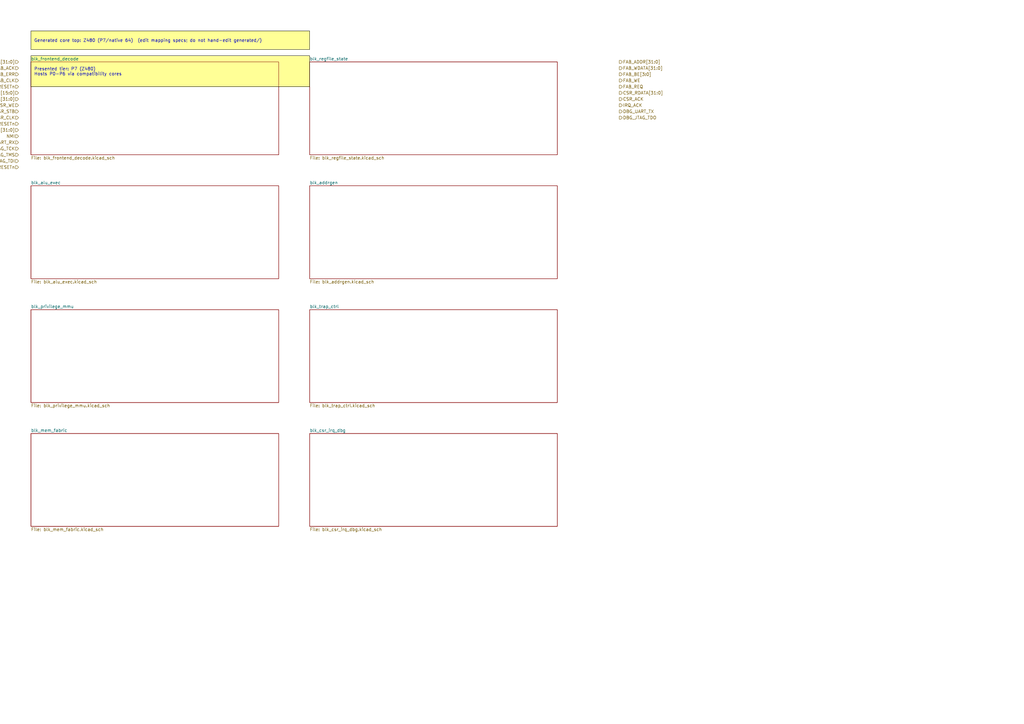
<source format=kicad_sch>
(kicad_sch
	(version 20250114)
	(generator "kicadgen")
	(generator_version "0.2")
	(uuid "a707a8c4-8b85-5a0e-a1a3-408548fe7ac3")
	(paper "A3")
	(title_block
		(title "Z480 (P7/native 64) (generated)")
		(company "Project Carbon")
		(comment 1 "Generated - do not edit in generated/")
		(comment 2 "Edit in schem/kicad9/manual/ or refine mapping specs")
	)
	(lib_symbols)
	(text_box
		"Generated core top: Z480 (P7/native 64)  (edit mapping specs; do not hand-edit generated/)"
		(exclude_from_sim no)
		(at
			12.7
			12.7
			0
		)
		(size 114.3 7.62)
		(margins
			1.27
			1.27
			1.27
			1.27
		)
		(stroke
			(width 0)
			(type default)
			(color
				0
				0
				0
				1
			)
		)
		(fill
			(type color)
			(color
				255
				255
				150
				1
			)
		)
		(effects
			(font
				(size 1.27 1.27)
			)
			(justify left)
		)
		(uuid "7074cf1e-2974-5f5a-a250-d343db33d362")
	)
	(text_box
		"Presented tier: P7 (Z480)\nHosts P0-P6 via compatibility cores"
		(exclude_from_sim no)
		(at
			12.7
			22.86
			0
		)
		(size 114.3 12.7)
		(margins
			1.27
			1.27
			1.27
			1.27
		)
		(stroke
			(width 0)
			(type default)
			(color
				0
				0
				0
				1
			)
		)
		(fill
			(type color)
			(color
				255
				255
				150
				1
			)
		)
		(effects
			(font
				(size 1.27 1.27)
			)
			(justify left)
		)
		(uuid "74e244a4-d018-5527-b4b7-16eb205de714")
	)
	(sheet
		(at 12.7 25.4)
		(size 101.6 38.1)
		(exclude_from_sim no)
		(in_bom yes)
		(on_board yes)
		(dnp no)
		(stroke
			(width 0)
			(type solid)
		)
		(fill
			(color
				0
				0
				0
				0
			)
		)
		(uuid "44ee96ce-6a44-59c0-9ace-be6b686046c1")
		(property
			"Sheetname"
			"blk_frontend_decode"
			(at
				12.7
				24.13
				0
			)
			(effects
				(font
					(size 1.27 1.27)
				)
				(justify left)
			)
		)
		(property
			"Sheetfile"
			"blk_frontend_decode.kicad_sch"
			(at
				12.7
				64.77
				0
			)
			(effects
				(font
					(size 1.27 1.27)
				)
				(justify left)
			)
		)
		(instances
			(project
				"core_Z480"
				(path
					"/a707a8c4-8b85-5a0e-a1a3-408548fe7ac3"
					(page "2")
				)
			)
		)
	)
	(sheet
		(at 127 25.4)
		(size 101.6 38.1)
		(exclude_from_sim no)
		(in_bom yes)
		(on_board yes)
		(dnp no)
		(stroke
			(width 0)
			(type solid)
		)
		(fill
			(color
				0
				0
				0
				0
			)
		)
		(uuid "09a9c346-13b1-5df9-9fa9-58ae9fc4c5f6")
		(property
			"Sheetname"
			"blk_regfile_state"
			(at
				127
				24.13
				0
			)
			(effects
				(font
					(size 1.27 1.27)
				)
				(justify left)
			)
		)
		(property
			"Sheetfile"
			"blk_regfile_state.kicad_sch"
			(at
				127
				64.77
				0
			)
			(effects
				(font
					(size 1.27 1.27)
				)
				(justify left)
			)
		)
		(instances
			(project
				"core_Z480"
				(path
					"/a707a8c4-8b85-5a0e-a1a3-408548fe7ac3"
					(page "3")
				)
			)
		)
	)
	(sheet
		(at 12.7 76.2)
		(size 101.6 38.1)
		(exclude_from_sim no)
		(in_bom yes)
		(on_board yes)
		(dnp no)
		(stroke
			(width 0)
			(type solid)
		)
		(fill
			(color
				0
				0
				0
				0
			)
		)
		(uuid "ce67adfc-a4d4-5d1b-af23-ffd47fb4d56a")
		(property
			"Sheetname"
			"blk_alu_exec"
			(at
				12.7
				74.93
				0
			)
			(effects
				(font
					(size 1.27 1.27)
				)
				(justify left)
			)
		)
		(property
			"Sheetfile"
			"blk_alu_exec.kicad_sch"
			(at
				12.7
				115.57
				0
			)
			(effects
				(font
					(size 1.27 1.27)
				)
				(justify left)
			)
		)
		(instances
			(project
				"core_Z480"
				(path
					"/a707a8c4-8b85-5a0e-a1a3-408548fe7ac3"
					(page "4")
				)
			)
		)
	)
	(sheet
		(at 127 76.2)
		(size 101.6 38.1)
		(exclude_from_sim no)
		(in_bom yes)
		(on_board yes)
		(dnp no)
		(stroke
			(width 0)
			(type solid)
		)
		(fill
			(color
				0
				0
				0
				0
			)
		)
		(uuid "f821d8eb-576d-5021-ba36-7a04f03d7017")
		(property
			"Sheetname"
			"blk_addrgen"
			(at
				127
				74.93
				0
			)
			(effects
				(font
					(size 1.27 1.27)
				)
				(justify left)
			)
		)
		(property
			"Sheetfile"
			"blk_addrgen.kicad_sch"
			(at
				127
				115.57
				0
			)
			(effects
				(font
					(size 1.27 1.27)
				)
				(justify left)
			)
		)
		(instances
			(project
				"core_Z480"
				(path
					"/a707a8c4-8b85-5a0e-a1a3-408548fe7ac3"
					(page "5")
				)
			)
		)
	)
	(sheet
		(at 12.7 127)
		(size 101.6 38.1)
		(exclude_from_sim no)
		(in_bom yes)
		(on_board yes)
		(dnp no)
		(stroke
			(width 0)
			(type solid)
		)
		(fill
			(color
				0
				0
				0
				0
			)
		)
		(uuid "ba2581ad-cdb2-55e2-ba6d-404a0eea12bb")
		(property
			"Sheetname"
			"blk_privilege_mmu"
			(at
				12.7
				125.73
				0
			)
			(effects
				(font
					(size 1.27 1.27)
				)
				(justify left)
			)
		)
		(property
			"Sheetfile"
			"blk_privilege_mmu.kicad_sch"
			(at
				12.7
				166.37
				0
			)
			(effects
				(font
					(size 1.27 1.27)
				)
				(justify left)
			)
		)
		(instances
			(project
				"core_Z480"
				(path
					"/a707a8c4-8b85-5a0e-a1a3-408548fe7ac3"
					(page "6")
				)
			)
		)
	)
	(sheet
		(at 127 127)
		(size 101.6 38.1)
		(exclude_from_sim no)
		(in_bom yes)
		(on_board yes)
		(dnp no)
		(stroke
			(width 0)
			(type solid)
		)
		(fill
			(color
				0
				0
				0
				0
			)
		)
		(uuid "f5562daa-951f-5718-9842-8f9f7003055a")
		(property
			"Sheetname"
			"blk_trap_ctrl"
			(at
				127
				125.73
				0
			)
			(effects
				(font
					(size 1.27 1.27)
				)
				(justify left)
			)
		)
		(property
			"Sheetfile"
			"blk_trap_ctrl.kicad_sch"
			(at
				127
				166.37
				0
			)
			(effects
				(font
					(size 1.27 1.27)
				)
				(justify left)
			)
		)
		(instances
			(project
				"core_Z480"
				(path
					"/a707a8c4-8b85-5a0e-a1a3-408548fe7ac3"
					(page "7")
				)
			)
		)
	)
	(sheet
		(at 12.7 177.8)
		(size 101.6 38.1)
		(exclude_from_sim no)
		(in_bom yes)
		(on_board yes)
		(dnp no)
		(stroke
			(width 0)
			(type solid)
		)
		(fill
			(color
				0
				0
				0
				0
			)
		)
		(uuid "8e523a8c-9244-5617-8e79-daf4b78de148")
		(property
			"Sheetname"
			"blk_mem_fabric"
			(at
				12.7
				176.53
				0
			)
			(effects
				(font
					(size 1.27 1.27)
				)
				(justify left)
			)
		)
		(property
			"Sheetfile"
			"blk_mem_fabric.kicad_sch"
			(at
				12.7
				217.17
				0
			)
			(effects
				(font
					(size 1.27 1.27)
				)
				(justify left)
			)
		)
		(instances
			(project
				"core_Z480"
				(path
					"/a707a8c4-8b85-5a0e-a1a3-408548fe7ac3"
					(page "8")
				)
			)
		)
	)
	(sheet
		(at 127 177.8)
		(size 101.6 38.1)
		(exclude_from_sim no)
		(in_bom yes)
		(on_board yes)
		(dnp no)
		(stroke
			(width 0)
			(type solid)
		)
		(fill
			(color
				0
				0
				0
				0
			)
		)
		(uuid "aeea2bb1-d2ff-5f98-9197-9253f02c0fb1")
		(property
			"Sheetname"
			"blk_csr_irq_dbg"
			(at
				127
				176.53
				0
			)
			(effects
				(font
					(size 1.27 1.27)
				)
				(justify left)
			)
		)
		(property
			"Sheetfile"
			"blk_csr_irq_dbg.kicad_sch"
			(at
				127
				217.17
				0
			)
			(effects
				(font
					(size 1.27 1.27)
				)
				(justify left)
			)
		)
		(instances
			(project
				"core_Z480"
				(path
					"/a707a8c4-8b85-5a0e-a1a3-408548fe7ac3"
					(page "9")
				)
			)
		)
	)
	(hierarchical_label
		"FAB_ADDR[31:0]"
		(shape output)
		(at
			254
			25.4
			0
		)
		(effects
			(font
				(size 1.27 1.27)
			)
			(justify left)
		)
		(uuid "68ddb408-b5d3-5b68-ad8f-db5e0d2de740")
	)
	(hierarchical_label
		"FAB_WDATA[31:0]"
		(shape output)
		(at
			254
			27.94
			0
		)
		(effects
			(font
				(size 1.27 1.27)
			)
			(justify left)
		)
		(uuid "c75e31c6-c6a5-5b60-88c9-ac1a2c2df3a2")
	)
	(hierarchical_label
		"FAB_RDATA[31:0]"
		(shape input)
		(at
			7.62
			25.4
			180
		)
		(effects
			(font
				(size 1.27 1.27)
			)
			(justify right)
		)
		(uuid "b62be728-b055-559a-89f4-3505c77fb434")
	)
	(hierarchical_label
		"FAB_BE[3:0]"
		(shape output)
		(at
			254
			30.48
			0
		)
		(effects
			(font
				(size 1.27 1.27)
			)
			(justify left)
		)
		(uuid "9541f1a4-b139-5dda-af9f-68ac0bee0820")
	)
	(hierarchical_label
		"FAB_WE"
		(shape output)
		(at
			254
			33.02
			0
		)
		(effects
			(font
				(size 1.27 1.27)
			)
			(justify left)
		)
		(uuid "77cb300f-0c0c-5091-bb64-081365234427")
	)
	(hierarchical_label
		"FAB_REQ"
		(shape output)
		(at
			254
			35.56
			0
		)
		(effects
			(font
				(size 1.27 1.27)
			)
			(justify left)
		)
		(uuid "33ff2bb3-6b14-5075-bf47-052d0bc0e79e")
	)
	(hierarchical_label
		"FAB_ACK"
		(shape input)
		(at
			7.62
			27.94
			180
		)
		(effects
			(font
				(size 1.27 1.27)
			)
			(justify right)
		)
		(uuid "e83a0ba1-6b66-57f5-bb59-53d53d610807")
	)
	(hierarchical_label
		"FAB_ERR"
		(shape input)
		(at
			7.62
			30.48
			180
		)
		(effects
			(font
				(size 1.27 1.27)
			)
			(justify right)
		)
		(uuid "1c53f6f1-9ec9-5c94-ac01-dec9b8dbb954")
	)
	(hierarchical_label
		"FAB_CLK"
		(shape input)
		(at
			7.62
			33.02
			180
		)
		(effects
			(font
				(size 1.27 1.27)
			)
			(justify right)
		)
		(uuid "a3643546-e5f1-5e7d-91b2-b34fd73c2fa0")
	)
	(hierarchical_label
		"FAB_RESETn"
		(shape input)
		(at
			7.62
			35.56
			180
		)
		(effects
			(font
				(size 1.27 1.27)
			)
			(justify right)
		)
		(uuid "cd646729-a1f4-5a43-9f16-d1167c1cef11")
	)
	(hierarchical_label
		"CSR_ADDR[15:0]"
		(shape input)
		(at
			7.62
			38.1
			180
		)
		(effects
			(font
				(size 1.27 1.27)
			)
			(justify right)
		)
		(uuid "b1c0fa04-2b26-5d4d-be20-72e7e6848c49")
	)
	(hierarchical_label
		"CSR_WDATA[31:0]"
		(shape input)
		(at
			7.62
			40.64
			180
		)
		(effects
			(font
				(size 1.27 1.27)
			)
			(justify right)
		)
		(uuid "09268815-367a-5d71-8e74-8373221b1461")
	)
	(hierarchical_label
		"CSR_RDATA[31:0]"
		(shape output)
		(at
			254
			38.1
			0
		)
		(effects
			(font
				(size 1.27 1.27)
			)
			(justify left)
		)
		(uuid "9dbcfb17-1182-5743-a5f2-45b09ae49a71")
	)
	(hierarchical_label
		"CSR_WE"
		(shape input)
		(at
			7.62
			43.18
			180
		)
		(effects
			(font
				(size 1.27 1.27)
			)
			(justify right)
		)
		(uuid "8cf26020-53a4-5d2f-962c-0c5865c41092")
	)
	(hierarchical_label
		"CSR_STB"
		(shape input)
		(at
			7.62
			45.72
			180
		)
		(effects
			(font
				(size 1.27 1.27)
			)
			(justify right)
		)
		(uuid "997e8eff-8928-55b3-b4b7-51f0d5647b6c")
	)
	(hierarchical_label
		"CSR_ACK"
		(shape output)
		(at
			254
			40.64
			0
		)
		(effects
			(font
				(size 1.27 1.27)
			)
			(justify left)
		)
		(uuid "99b55c66-a537-5376-8d35-fb274f1d2e6c")
	)
	(hierarchical_label
		"CSR_CLK"
		(shape input)
		(at
			7.62
			48.26
			180
		)
		(effects
			(font
				(size 1.27 1.27)
			)
			(justify right)
		)
		(uuid "f761cc83-97e0-5392-861b-dc2a6b3bdddc")
	)
	(hierarchical_label
		"CSR_RESETn"
		(shape input)
		(at
			7.62
			50.8
			180
		)
		(effects
			(font
				(size 1.27 1.27)
			)
			(justify right)
		)
		(uuid "57a1660b-37cc-50d3-95cb-793825e2c160")
	)
	(hierarchical_label
		"IRQ[31:0]"
		(shape input)
		(at
			7.62
			53.34
			180
		)
		(effects
			(font
				(size 1.27 1.27)
			)
			(justify right)
		)
		(uuid "b836049c-2251-5ccb-9971-4b20b6b4fea7")
	)
	(hierarchical_label
		"NMI"
		(shape input)
		(at
			7.62
			55.88
			180
		)
		(effects
			(font
				(size 1.27 1.27)
			)
			(justify right)
		)
		(uuid "07f11ee4-9115-5020-a519-7423cf2a1c69")
	)
	(hierarchical_label
		"IRQ_ACK"
		(shape output)
		(at
			254
			43.18
			0
		)
		(effects
			(font
				(size 1.27 1.27)
			)
			(justify left)
		)
		(uuid "9ce79588-a71b-55ab-9cdf-4c5ddb918044")
	)
	(hierarchical_label
		"DBG_UART_TX"
		(shape output)
		(at
			254
			45.72
			0
		)
		(effects
			(font
				(size 1.27 1.27)
			)
			(justify left)
		)
		(uuid "78e57f5b-30bf-5fbf-8e34-08a97e89141b")
	)
	(hierarchical_label
		"DBG_UART_RX"
		(shape input)
		(at
			7.62
			58.42
			180
		)
		(effects
			(font
				(size 1.27 1.27)
			)
			(justify right)
		)
		(uuid "5fee7b3c-22e4-51e2-b1d0-526b5ff3ad45")
	)
	(hierarchical_label
		"DBG_JTAG_TCK"
		(shape input)
		(at
			7.62
			60.96
			180
		)
		(effects
			(font
				(size 1.27 1.27)
			)
			(justify right)
		)
		(uuid "53fa3594-38ee-522f-a724-787e7b35f101")
	)
	(hierarchical_label
		"DBG_JTAG_TMS"
		(shape input)
		(at
			7.62
			63.5
			180
		)
		(effects
			(font
				(size 1.27 1.27)
			)
			(justify right)
		)
		(uuid "6c8de767-ac62-577d-8d29-96dd311884fc")
	)
	(hierarchical_label
		"DBG_JTAG_TDI"
		(shape input)
		(at
			7.62
			66.04
			180
		)
		(effects
			(font
				(size 1.27 1.27)
			)
			(justify right)
		)
		(uuid "dddb2155-7942-5261-b80e-77a1fbd58c80")
	)
	(hierarchical_label
		"DBG_JTAG_TDO"
		(shape output)
		(at
			254
			48.26
			0
		)
		(effects
			(font
				(size 1.27 1.27)
			)
			(justify left)
		)
		(uuid "74d8bf1a-5af9-565f-b19a-4e397735dd6f")
	)
	(hierarchical_label
		"DBG_RESETn"
		(shape input)
		(at
			7.62
			68.58
			180
		)
		(effects
			(font
				(size 1.27 1.27)
			)
			(justify right)
		)
		(uuid "a9d76687-215b-5dee-b8fc-d0063f75674c")
	)
	(sheet_instances
		(path
			"/"
			(page "1")
		)
	)
	(embedded_fonts no)
)

</source>
